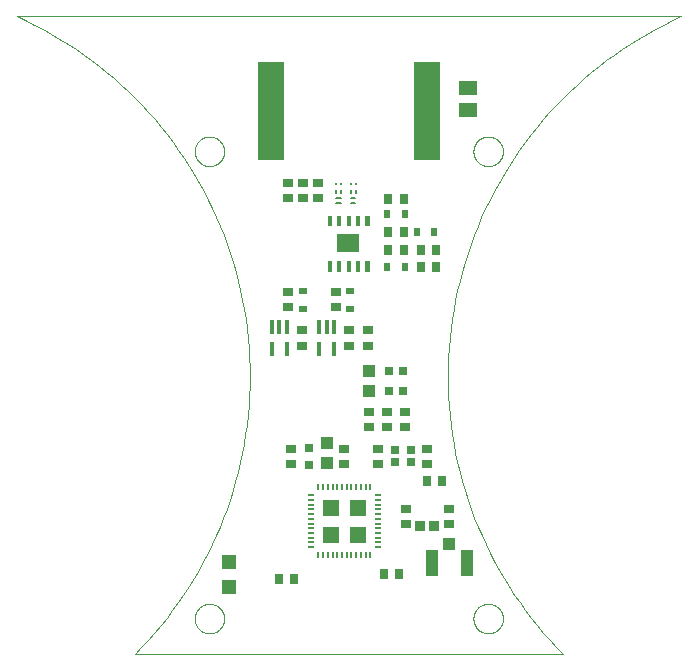
<source format=gtp>
G75*
%MOIN*%
%OFA0B0*%
%FSLAX25Y25*%
%IPPOS*%
%LPD*%
%AMOC8*
5,1,8,0,0,1.08239X$1,22.5*
%
%ADD10C,0.00000*%
%ADD11C,0.00039*%
%ADD12R,0.03543X0.02756*%
%ADD13R,0.05906X0.05118*%
%ADD14R,0.02756X0.03543*%
%ADD15R,0.02362X0.03150*%
%ADD16R,0.07471X0.06475*%
%ADD17C,0.00227*%
%ADD18R,0.09016X0.32520*%
%ADD19R,0.02953X0.02992*%
%ADD20R,0.03937X0.04331*%
%ADD21R,0.01400X0.04600*%
%ADD22R,0.03150X0.02362*%
%ADD23R,0.04724X0.04724*%
%ADD24R,0.02953X0.02756*%
%ADD25R,0.03346X0.03543*%
%ADD26R,0.02343X0.00792*%
%ADD27R,0.00792X0.02343*%
%ADD28R,0.05202X0.05202*%
%ADD29R,0.04134X0.08661*%
%ADD30R,0.03937X0.04134*%
%ADD31C,0.00748*%
%ADD32C,0.00748*%
%ADD33R,0.02756X0.02953*%
D10*
X0073943Y0027191D02*
X0216659Y0027191D01*
X0178274Y0119711D02*
X0178317Y0122928D01*
X0178438Y0126143D01*
X0178637Y0129354D01*
X0178915Y0132559D01*
X0179271Y0135756D01*
X0179705Y0138944D01*
X0180216Y0142120D01*
X0180805Y0145283D01*
X0181471Y0148431D01*
X0182214Y0151561D01*
X0183032Y0154672D01*
X0183927Y0157763D01*
X0184896Y0160830D01*
X0185941Y0163873D01*
X0187059Y0166890D01*
X0188250Y0169878D01*
X0189514Y0172837D01*
X0190850Y0175764D01*
X0192257Y0178657D01*
X0193734Y0181515D01*
X0195280Y0184336D01*
X0196895Y0187119D01*
X0198577Y0189861D01*
X0200326Y0192562D01*
X0202140Y0195219D01*
X0204018Y0197831D01*
X0205960Y0200396D01*
X0207964Y0202913D01*
X0210028Y0205381D01*
X0212152Y0207797D01*
X0214334Y0210161D01*
X0216574Y0212471D01*
X0218869Y0214725D01*
X0221219Y0216923D01*
X0223621Y0219063D01*
X0226075Y0221143D01*
X0228579Y0223163D01*
X0231131Y0225121D01*
X0233731Y0227017D01*
X0236376Y0228848D01*
X0239065Y0230615D01*
X0241796Y0232315D01*
X0244568Y0233948D01*
X0247379Y0235512D01*
X0250228Y0237008D01*
X0253112Y0238434D01*
X0256030Y0239789D01*
X0256029Y0239789D02*
X0034572Y0239789D01*
X0112328Y0119710D02*
X0112279Y0116500D01*
X0112151Y0113291D01*
X0111945Y0110087D01*
X0111661Y0106888D01*
X0111299Y0103698D01*
X0110860Y0100517D01*
X0110343Y0097348D01*
X0109749Y0094193D01*
X0109078Y0091053D01*
X0108331Y0087930D01*
X0107508Y0084826D01*
X0106610Y0081743D01*
X0105637Y0078684D01*
X0104589Y0075648D01*
X0103468Y0072639D01*
X0102273Y0069659D01*
X0101007Y0066708D01*
X0099669Y0063789D01*
X0098260Y0060904D01*
X0096781Y0058054D01*
X0095233Y0055241D01*
X0093617Y0052466D01*
X0091934Y0049731D01*
X0090185Y0047039D01*
X0088371Y0044390D01*
X0086492Y0041785D01*
X0084551Y0039228D01*
X0082548Y0036718D01*
X0080484Y0034258D01*
X0078361Y0031849D01*
X0076180Y0029493D01*
X0073942Y0027190D01*
X0112328Y0119711D02*
X0112285Y0122928D01*
X0112164Y0126143D01*
X0111965Y0129354D01*
X0111687Y0132559D01*
X0111331Y0135756D01*
X0110897Y0138944D01*
X0110386Y0142120D01*
X0109797Y0145283D01*
X0109131Y0148431D01*
X0108388Y0151561D01*
X0107570Y0154672D01*
X0106675Y0157763D01*
X0105706Y0160830D01*
X0104661Y0163873D01*
X0103543Y0166890D01*
X0102352Y0169878D01*
X0101088Y0172837D01*
X0099752Y0175764D01*
X0098345Y0178657D01*
X0096868Y0181515D01*
X0095322Y0184336D01*
X0093707Y0187119D01*
X0092025Y0189861D01*
X0090276Y0192562D01*
X0088462Y0195219D01*
X0086584Y0197831D01*
X0084642Y0200396D01*
X0082638Y0202913D01*
X0080574Y0205381D01*
X0078450Y0207797D01*
X0076268Y0210161D01*
X0074028Y0212471D01*
X0071733Y0214725D01*
X0069383Y0216923D01*
X0066981Y0219063D01*
X0064527Y0221143D01*
X0062023Y0223163D01*
X0059471Y0225121D01*
X0056871Y0227017D01*
X0054226Y0228848D01*
X0051537Y0230615D01*
X0048806Y0232315D01*
X0046034Y0233948D01*
X0043223Y0235512D01*
X0040374Y0237008D01*
X0037490Y0238434D01*
X0034572Y0239789D01*
X0178273Y0119710D02*
X0178322Y0116500D01*
X0178450Y0113291D01*
X0178656Y0110087D01*
X0178940Y0106888D01*
X0179302Y0103698D01*
X0179741Y0100517D01*
X0180258Y0097348D01*
X0180852Y0094193D01*
X0181523Y0091053D01*
X0182270Y0087930D01*
X0183093Y0084826D01*
X0183991Y0081743D01*
X0184964Y0078684D01*
X0186012Y0075648D01*
X0187133Y0072639D01*
X0188328Y0069659D01*
X0189594Y0066708D01*
X0190932Y0063789D01*
X0192341Y0060904D01*
X0193820Y0058054D01*
X0195368Y0055241D01*
X0196984Y0052466D01*
X0198667Y0049731D01*
X0200416Y0047039D01*
X0202230Y0044390D01*
X0204109Y0041785D01*
X0206050Y0039228D01*
X0208053Y0036718D01*
X0210117Y0034258D01*
X0212240Y0031849D01*
X0214421Y0029493D01*
X0216659Y0027190D01*
D11*
X0186836Y0039002D02*
X0186838Y0039142D01*
X0186844Y0039282D01*
X0186854Y0039421D01*
X0186868Y0039560D01*
X0186886Y0039699D01*
X0186907Y0039837D01*
X0186933Y0039975D01*
X0186963Y0040112D01*
X0186996Y0040247D01*
X0187034Y0040382D01*
X0187075Y0040516D01*
X0187120Y0040649D01*
X0187168Y0040780D01*
X0187221Y0040909D01*
X0187277Y0041038D01*
X0187336Y0041164D01*
X0187400Y0041289D01*
X0187466Y0041412D01*
X0187537Y0041533D01*
X0187610Y0041652D01*
X0187687Y0041769D01*
X0187768Y0041883D01*
X0187851Y0041995D01*
X0187938Y0042105D01*
X0188028Y0042213D01*
X0188120Y0042317D01*
X0188216Y0042419D01*
X0188315Y0042519D01*
X0188416Y0042615D01*
X0188520Y0042709D01*
X0188627Y0042799D01*
X0188736Y0042886D01*
X0188848Y0042971D01*
X0188962Y0043052D01*
X0189078Y0043130D01*
X0189196Y0043204D01*
X0189317Y0043275D01*
X0189439Y0043343D01*
X0189564Y0043407D01*
X0189690Y0043468D01*
X0189817Y0043525D01*
X0189947Y0043578D01*
X0190078Y0043628D01*
X0190210Y0043673D01*
X0190343Y0043716D01*
X0190478Y0043754D01*
X0190613Y0043788D01*
X0190750Y0043819D01*
X0190887Y0043846D01*
X0191025Y0043868D01*
X0191164Y0043887D01*
X0191303Y0043902D01*
X0191442Y0043913D01*
X0191582Y0043920D01*
X0191722Y0043923D01*
X0191862Y0043922D01*
X0192002Y0043917D01*
X0192141Y0043908D01*
X0192281Y0043895D01*
X0192420Y0043878D01*
X0192558Y0043857D01*
X0192696Y0043833D01*
X0192833Y0043804D01*
X0192969Y0043772D01*
X0193104Y0043735D01*
X0193238Y0043695D01*
X0193371Y0043651D01*
X0193502Y0043603D01*
X0193632Y0043552D01*
X0193761Y0043497D01*
X0193888Y0043438D01*
X0194013Y0043375D01*
X0194136Y0043310D01*
X0194258Y0043240D01*
X0194377Y0043167D01*
X0194495Y0043091D01*
X0194610Y0043012D01*
X0194723Y0042929D01*
X0194833Y0042843D01*
X0194941Y0042754D01*
X0195046Y0042662D01*
X0195149Y0042567D01*
X0195249Y0042469D01*
X0195346Y0042369D01*
X0195440Y0042265D01*
X0195532Y0042159D01*
X0195620Y0042051D01*
X0195705Y0041940D01*
X0195787Y0041826D01*
X0195866Y0041710D01*
X0195941Y0041593D01*
X0196013Y0041473D01*
X0196081Y0041351D01*
X0196146Y0041227D01*
X0196208Y0041101D01*
X0196266Y0040974D01*
X0196320Y0040845D01*
X0196371Y0040714D01*
X0196417Y0040582D01*
X0196460Y0040449D01*
X0196500Y0040315D01*
X0196535Y0040180D01*
X0196567Y0040043D01*
X0196594Y0039906D01*
X0196618Y0039768D01*
X0196638Y0039630D01*
X0196654Y0039491D01*
X0196666Y0039351D01*
X0196674Y0039212D01*
X0196678Y0039072D01*
X0196678Y0038932D01*
X0196674Y0038792D01*
X0196666Y0038653D01*
X0196654Y0038513D01*
X0196638Y0038374D01*
X0196618Y0038236D01*
X0196594Y0038098D01*
X0196567Y0037961D01*
X0196535Y0037824D01*
X0196500Y0037689D01*
X0196460Y0037555D01*
X0196417Y0037422D01*
X0196371Y0037290D01*
X0196320Y0037159D01*
X0196266Y0037030D01*
X0196208Y0036903D01*
X0196146Y0036777D01*
X0196081Y0036653D01*
X0196013Y0036531D01*
X0195941Y0036411D01*
X0195866Y0036294D01*
X0195787Y0036178D01*
X0195705Y0036064D01*
X0195620Y0035953D01*
X0195532Y0035845D01*
X0195440Y0035739D01*
X0195346Y0035635D01*
X0195249Y0035535D01*
X0195149Y0035437D01*
X0195046Y0035342D01*
X0194941Y0035250D01*
X0194833Y0035161D01*
X0194723Y0035075D01*
X0194610Y0034992D01*
X0194495Y0034913D01*
X0194377Y0034837D01*
X0194258Y0034764D01*
X0194136Y0034694D01*
X0194013Y0034629D01*
X0193888Y0034566D01*
X0193761Y0034507D01*
X0193632Y0034452D01*
X0193502Y0034401D01*
X0193371Y0034353D01*
X0193238Y0034309D01*
X0193104Y0034269D01*
X0192969Y0034232D01*
X0192833Y0034200D01*
X0192696Y0034171D01*
X0192558Y0034147D01*
X0192420Y0034126D01*
X0192281Y0034109D01*
X0192141Y0034096D01*
X0192002Y0034087D01*
X0191862Y0034082D01*
X0191722Y0034081D01*
X0191582Y0034084D01*
X0191442Y0034091D01*
X0191303Y0034102D01*
X0191164Y0034117D01*
X0191025Y0034136D01*
X0190887Y0034158D01*
X0190750Y0034185D01*
X0190613Y0034216D01*
X0190478Y0034250D01*
X0190343Y0034288D01*
X0190210Y0034331D01*
X0190078Y0034376D01*
X0189947Y0034426D01*
X0189817Y0034479D01*
X0189690Y0034536D01*
X0189564Y0034597D01*
X0189439Y0034661D01*
X0189317Y0034729D01*
X0189196Y0034800D01*
X0189078Y0034874D01*
X0188962Y0034952D01*
X0188848Y0035033D01*
X0188736Y0035118D01*
X0188627Y0035205D01*
X0188520Y0035295D01*
X0188416Y0035389D01*
X0188315Y0035485D01*
X0188216Y0035585D01*
X0188120Y0035687D01*
X0188028Y0035791D01*
X0187938Y0035899D01*
X0187851Y0036009D01*
X0187768Y0036121D01*
X0187687Y0036235D01*
X0187610Y0036352D01*
X0187537Y0036471D01*
X0187466Y0036592D01*
X0187400Y0036715D01*
X0187336Y0036840D01*
X0187277Y0036966D01*
X0187221Y0037095D01*
X0187168Y0037224D01*
X0187120Y0037355D01*
X0187075Y0037488D01*
X0187034Y0037622D01*
X0186996Y0037757D01*
X0186963Y0037892D01*
X0186933Y0038029D01*
X0186907Y0038167D01*
X0186886Y0038305D01*
X0186868Y0038444D01*
X0186854Y0038583D01*
X0186844Y0038722D01*
X0186838Y0038862D01*
X0186836Y0039002D01*
X0093923Y0039002D02*
X0093925Y0039142D01*
X0093931Y0039282D01*
X0093941Y0039421D01*
X0093955Y0039560D01*
X0093973Y0039699D01*
X0093994Y0039837D01*
X0094020Y0039975D01*
X0094050Y0040112D01*
X0094083Y0040247D01*
X0094121Y0040382D01*
X0094162Y0040516D01*
X0094207Y0040649D01*
X0094255Y0040780D01*
X0094308Y0040909D01*
X0094364Y0041038D01*
X0094423Y0041164D01*
X0094487Y0041289D01*
X0094553Y0041412D01*
X0094624Y0041533D01*
X0094697Y0041652D01*
X0094774Y0041769D01*
X0094855Y0041883D01*
X0094938Y0041995D01*
X0095025Y0042105D01*
X0095115Y0042213D01*
X0095207Y0042317D01*
X0095303Y0042419D01*
X0095402Y0042519D01*
X0095503Y0042615D01*
X0095607Y0042709D01*
X0095714Y0042799D01*
X0095823Y0042886D01*
X0095935Y0042971D01*
X0096049Y0043052D01*
X0096165Y0043130D01*
X0096283Y0043204D01*
X0096404Y0043275D01*
X0096526Y0043343D01*
X0096651Y0043407D01*
X0096777Y0043468D01*
X0096904Y0043525D01*
X0097034Y0043578D01*
X0097165Y0043628D01*
X0097297Y0043673D01*
X0097430Y0043716D01*
X0097565Y0043754D01*
X0097700Y0043788D01*
X0097837Y0043819D01*
X0097974Y0043846D01*
X0098112Y0043868D01*
X0098251Y0043887D01*
X0098390Y0043902D01*
X0098529Y0043913D01*
X0098669Y0043920D01*
X0098809Y0043923D01*
X0098949Y0043922D01*
X0099089Y0043917D01*
X0099228Y0043908D01*
X0099368Y0043895D01*
X0099507Y0043878D01*
X0099645Y0043857D01*
X0099783Y0043833D01*
X0099920Y0043804D01*
X0100056Y0043772D01*
X0100191Y0043735D01*
X0100325Y0043695D01*
X0100458Y0043651D01*
X0100589Y0043603D01*
X0100719Y0043552D01*
X0100848Y0043497D01*
X0100975Y0043438D01*
X0101100Y0043375D01*
X0101223Y0043310D01*
X0101345Y0043240D01*
X0101464Y0043167D01*
X0101582Y0043091D01*
X0101697Y0043012D01*
X0101810Y0042929D01*
X0101920Y0042843D01*
X0102028Y0042754D01*
X0102133Y0042662D01*
X0102236Y0042567D01*
X0102336Y0042469D01*
X0102433Y0042369D01*
X0102527Y0042265D01*
X0102619Y0042159D01*
X0102707Y0042051D01*
X0102792Y0041940D01*
X0102874Y0041826D01*
X0102953Y0041710D01*
X0103028Y0041593D01*
X0103100Y0041473D01*
X0103168Y0041351D01*
X0103233Y0041227D01*
X0103295Y0041101D01*
X0103353Y0040974D01*
X0103407Y0040845D01*
X0103458Y0040714D01*
X0103504Y0040582D01*
X0103547Y0040449D01*
X0103587Y0040315D01*
X0103622Y0040180D01*
X0103654Y0040043D01*
X0103681Y0039906D01*
X0103705Y0039768D01*
X0103725Y0039630D01*
X0103741Y0039491D01*
X0103753Y0039351D01*
X0103761Y0039212D01*
X0103765Y0039072D01*
X0103765Y0038932D01*
X0103761Y0038792D01*
X0103753Y0038653D01*
X0103741Y0038513D01*
X0103725Y0038374D01*
X0103705Y0038236D01*
X0103681Y0038098D01*
X0103654Y0037961D01*
X0103622Y0037824D01*
X0103587Y0037689D01*
X0103547Y0037555D01*
X0103504Y0037422D01*
X0103458Y0037290D01*
X0103407Y0037159D01*
X0103353Y0037030D01*
X0103295Y0036903D01*
X0103233Y0036777D01*
X0103168Y0036653D01*
X0103100Y0036531D01*
X0103028Y0036411D01*
X0102953Y0036294D01*
X0102874Y0036178D01*
X0102792Y0036064D01*
X0102707Y0035953D01*
X0102619Y0035845D01*
X0102527Y0035739D01*
X0102433Y0035635D01*
X0102336Y0035535D01*
X0102236Y0035437D01*
X0102133Y0035342D01*
X0102028Y0035250D01*
X0101920Y0035161D01*
X0101810Y0035075D01*
X0101697Y0034992D01*
X0101582Y0034913D01*
X0101464Y0034837D01*
X0101345Y0034764D01*
X0101223Y0034694D01*
X0101100Y0034629D01*
X0100975Y0034566D01*
X0100848Y0034507D01*
X0100719Y0034452D01*
X0100589Y0034401D01*
X0100458Y0034353D01*
X0100325Y0034309D01*
X0100191Y0034269D01*
X0100056Y0034232D01*
X0099920Y0034200D01*
X0099783Y0034171D01*
X0099645Y0034147D01*
X0099507Y0034126D01*
X0099368Y0034109D01*
X0099228Y0034096D01*
X0099089Y0034087D01*
X0098949Y0034082D01*
X0098809Y0034081D01*
X0098669Y0034084D01*
X0098529Y0034091D01*
X0098390Y0034102D01*
X0098251Y0034117D01*
X0098112Y0034136D01*
X0097974Y0034158D01*
X0097837Y0034185D01*
X0097700Y0034216D01*
X0097565Y0034250D01*
X0097430Y0034288D01*
X0097297Y0034331D01*
X0097165Y0034376D01*
X0097034Y0034426D01*
X0096904Y0034479D01*
X0096777Y0034536D01*
X0096651Y0034597D01*
X0096526Y0034661D01*
X0096404Y0034729D01*
X0096283Y0034800D01*
X0096165Y0034874D01*
X0096049Y0034952D01*
X0095935Y0035033D01*
X0095823Y0035118D01*
X0095714Y0035205D01*
X0095607Y0035295D01*
X0095503Y0035389D01*
X0095402Y0035485D01*
X0095303Y0035585D01*
X0095207Y0035687D01*
X0095115Y0035791D01*
X0095025Y0035899D01*
X0094938Y0036009D01*
X0094855Y0036121D01*
X0094774Y0036235D01*
X0094697Y0036352D01*
X0094624Y0036471D01*
X0094553Y0036592D01*
X0094487Y0036715D01*
X0094423Y0036840D01*
X0094364Y0036966D01*
X0094308Y0037095D01*
X0094255Y0037224D01*
X0094207Y0037355D01*
X0094162Y0037488D01*
X0094121Y0037622D01*
X0094083Y0037757D01*
X0094050Y0037892D01*
X0094020Y0038029D01*
X0093994Y0038167D01*
X0093973Y0038305D01*
X0093955Y0038444D01*
X0093941Y0038583D01*
X0093931Y0038722D01*
X0093925Y0038862D01*
X0093923Y0039002D01*
X0093923Y0194750D02*
X0093925Y0194890D01*
X0093931Y0195030D01*
X0093941Y0195169D01*
X0093955Y0195308D01*
X0093973Y0195447D01*
X0093994Y0195585D01*
X0094020Y0195723D01*
X0094050Y0195860D01*
X0094083Y0195995D01*
X0094121Y0196130D01*
X0094162Y0196264D01*
X0094207Y0196397D01*
X0094255Y0196528D01*
X0094308Y0196657D01*
X0094364Y0196786D01*
X0094423Y0196912D01*
X0094487Y0197037D01*
X0094553Y0197160D01*
X0094624Y0197281D01*
X0094697Y0197400D01*
X0094774Y0197517D01*
X0094855Y0197631D01*
X0094938Y0197743D01*
X0095025Y0197853D01*
X0095115Y0197961D01*
X0095207Y0198065D01*
X0095303Y0198167D01*
X0095402Y0198267D01*
X0095503Y0198363D01*
X0095607Y0198457D01*
X0095714Y0198547D01*
X0095823Y0198634D01*
X0095935Y0198719D01*
X0096049Y0198800D01*
X0096165Y0198878D01*
X0096283Y0198952D01*
X0096404Y0199023D01*
X0096526Y0199091D01*
X0096651Y0199155D01*
X0096777Y0199216D01*
X0096904Y0199273D01*
X0097034Y0199326D01*
X0097165Y0199376D01*
X0097297Y0199421D01*
X0097430Y0199464D01*
X0097565Y0199502D01*
X0097700Y0199536D01*
X0097837Y0199567D01*
X0097974Y0199594D01*
X0098112Y0199616D01*
X0098251Y0199635D01*
X0098390Y0199650D01*
X0098529Y0199661D01*
X0098669Y0199668D01*
X0098809Y0199671D01*
X0098949Y0199670D01*
X0099089Y0199665D01*
X0099228Y0199656D01*
X0099368Y0199643D01*
X0099507Y0199626D01*
X0099645Y0199605D01*
X0099783Y0199581D01*
X0099920Y0199552D01*
X0100056Y0199520D01*
X0100191Y0199483D01*
X0100325Y0199443D01*
X0100458Y0199399D01*
X0100589Y0199351D01*
X0100719Y0199300D01*
X0100848Y0199245D01*
X0100975Y0199186D01*
X0101100Y0199123D01*
X0101223Y0199058D01*
X0101345Y0198988D01*
X0101464Y0198915D01*
X0101582Y0198839D01*
X0101697Y0198760D01*
X0101810Y0198677D01*
X0101920Y0198591D01*
X0102028Y0198502D01*
X0102133Y0198410D01*
X0102236Y0198315D01*
X0102336Y0198217D01*
X0102433Y0198117D01*
X0102527Y0198013D01*
X0102619Y0197907D01*
X0102707Y0197799D01*
X0102792Y0197688D01*
X0102874Y0197574D01*
X0102953Y0197458D01*
X0103028Y0197341D01*
X0103100Y0197221D01*
X0103168Y0197099D01*
X0103233Y0196975D01*
X0103295Y0196849D01*
X0103353Y0196722D01*
X0103407Y0196593D01*
X0103458Y0196462D01*
X0103504Y0196330D01*
X0103547Y0196197D01*
X0103587Y0196063D01*
X0103622Y0195928D01*
X0103654Y0195791D01*
X0103681Y0195654D01*
X0103705Y0195516D01*
X0103725Y0195378D01*
X0103741Y0195239D01*
X0103753Y0195099D01*
X0103761Y0194960D01*
X0103765Y0194820D01*
X0103765Y0194680D01*
X0103761Y0194540D01*
X0103753Y0194401D01*
X0103741Y0194261D01*
X0103725Y0194122D01*
X0103705Y0193984D01*
X0103681Y0193846D01*
X0103654Y0193709D01*
X0103622Y0193572D01*
X0103587Y0193437D01*
X0103547Y0193303D01*
X0103504Y0193170D01*
X0103458Y0193038D01*
X0103407Y0192907D01*
X0103353Y0192778D01*
X0103295Y0192651D01*
X0103233Y0192525D01*
X0103168Y0192401D01*
X0103100Y0192279D01*
X0103028Y0192159D01*
X0102953Y0192042D01*
X0102874Y0191926D01*
X0102792Y0191812D01*
X0102707Y0191701D01*
X0102619Y0191593D01*
X0102527Y0191487D01*
X0102433Y0191383D01*
X0102336Y0191283D01*
X0102236Y0191185D01*
X0102133Y0191090D01*
X0102028Y0190998D01*
X0101920Y0190909D01*
X0101810Y0190823D01*
X0101697Y0190740D01*
X0101582Y0190661D01*
X0101464Y0190585D01*
X0101345Y0190512D01*
X0101223Y0190442D01*
X0101100Y0190377D01*
X0100975Y0190314D01*
X0100848Y0190255D01*
X0100719Y0190200D01*
X0100589Y0190149D01*
X0100458Y0190101D01*
X0100325Y0190057D01*
X0100191Y0190017D01*
X0100056Y0189980D01*
X0099920Y0189948D01*
X0099783Y0189919D01*
X0099645Y0189895D01*
X0099507Y0189874D01*
X0099368Y0189857D01*
X0099228Y0189844D01*
X0099089Y0189835D01*
X0098949Y0189830D01*
X0098809Y0189829D01*
X0098669Y0189832D01*
X0098529Y0189839D01*
X0098390Y0189850D01*
X0098251Y0189865D01*
X0098112Y0189884D01*
X0097974Y0189906D01*
X0097837Y0189933D01*
X0097700Y0189964D01*
X0097565Y0189998D01*
X0097430Y0190036D01*
X0097297Y0190079D01*
X0097165Y0190124D01*
X0097034Y0190174D01*
X0096904Y0190227D01*
X0096777Y0190284D01*
X0096651Y0190345D01*
X0096526Y0190409D01*
X0096404Y0190477D01*
X0096283Y0190548D01*
X0096165Y0190622D01*
X0096049Y0190700D01*
X0095935Y0190781D01*
X0095823Y0190866D01*
X0095714Y0190953D01*
X0095607Y0191043D01*
X0095503Y0191137D01*
X0095402Y0191233D01*
X0095303Y0191333D01*
X0095207Y0191435D01*
X0095115Y0191539D01*
X0095025Y0191647D01*
X0094938Y0191757D01*
X0094855Y0191869D01*
X0094774Y0191983D01*
X0094697Y0192100D01*
X0094624Y0192219D01*
X0094553Y0192340D01*
X0094487Y0192463D01*
X0094423Y0192588D01*
X0094364Y0192714D01*
X0094308Y0192843D01*
X0094255Y0192972D01*
X0094207Y0193103D01*
X0094162Y0193236D01*
X0094121Y0193370D01*
X0094083Y0193505D01*
X0094050Y0193640D01*
X0094020Y0193777D01*
X0093994Y0193915D01*
X0093973Y0194053D01*
X0093955Y0194192D01*
X0093941Y0194331D01*
X0093931Y0194470D01*
X0093925Y0194610D01*
X0093923Y0194750D01*
X0186836Y0194750D02*
X0186838Y0194890D01*
X0186844Y0195030D01*
X0186854Y0195169D01*
X0186868Y0195308D01*
X0186886Y0195447D01*
X0186907Y0195585D01*
X0186933Y0195723D01*
X0186963Y0195860D01*
X0186996Y0195995D01*
X0187034Y0196130D01*
X0187075Y0196264D01*
X0187120Y0196397D01*
X0187168Y0196528D01*
X0187221Y0196657D01*
X0187277Y0196786D01*
X0187336Y0196912D01*
X0187400Y0197037D01*
X0187466Y0197160D01*
X0187537Y0197281D01*
X0187610Y0197400D01*
X0187687Y0197517D01*
X0187768Y0197631D01*
X0187851Y0197743D01*
X0187938Y0197853D01*
X0188028Y0197961D01*
X0188120Y0198065D01*
X0188216Y0198167D01*
X0188315Y0198267D01*
X0188416Y0198363D01*
X0188520Y0198457D01*
X0188627Y0198547D01*
X0188736Y0198634D01*
X0188848Y0198719D01*
X0188962Y0198800D01*
X0189078Y0198878D01*
X0189196Y0198952D01*
X0189317Y0199023D01*
X0189439Y0199091D01*
X0189564Y0199155D01*
X0189690Y0199216D01*
X0189817Y0199273D01*
X0189947Y0199326D01*
X0190078Y0199376D01*
X0190210Y0199421D01*
X0190343Y0199464D01*
X0190478Y0199502D01*
X0190613Y0199536D01*
X0190750Y0199567D01*
X0190887Y0199594D01*
X0191025Y0199616D01*
X0191164Y0199635D01*
X0191303Y0199650D01*
X0191442Y0199661D01*
X0191582Y0199668D01*
X0191722Y0199671D01*
X0191862Y0199670D01*
X0192002Y0199665D01*
X0192141Y0199656D01*
X0192281Y0199643D01*
X0192420Y0199626D01*
X0192558Y0199605D01*
X0192696Y0199581D01*
X0192833Y0199552D01*
X0192969Y0199520D01*
X0193104Y0199483D01*
X0193238Y0199443D01*
X0193371Y0199399D01*
X0193502Y0199351D01*
X0193632Y0199300D01*
X0193761Y0199245D01*
X0193888Y0199186D01*
X0194013Y0199123D01*
X0194136Y0199058D01*
X0194258Y0198988D01*
X0194377Y0198915D01*
X0194495Y0198839D01*
X0194610Y0198760D01*
X0194723Y0198677D01*
X0194833Y0198591D01*
X0194941Y0198502D01*
X0195046Y0198410D01*
X0195149Y0198315D01*
X0195249Y0198217D01*
X0195346Y0198117D01*
X0195440Y0198013D01*
X0195532Y0197907D01*
X0195620Y0197799D01*
X0195705Y0197688D01*
X0195787Y0197574D01*
X0195866Y0197458D01*
X0195941Y0197341D01*
X0196013Y0197221D01*
X0196081Y0197099D01*
X0196146Y0196975D01*
X0196208Y0196849D01*
X0196266Y0196722D01*
X0196320Y0196593D01*
X0196371Y0196462D01*
X0196417Y0196330D01*
X0196460Y0196197D01*
X0196500Y0196063D01*
X0196535Y0195928D01*
X0196567Y0195791D01*
X0196594Y0195654D01*
X0196618Y0195516D01*
X0196638Y0195378D01*
X0196654Y0195239D01*
X0196666Y0195099D01*
X0196674Y0194960D01*
X0196678Y0194820D01*
X0196678Y0194680D01*
X0196674Y0194540D01*
X0196666Y0194401D01*
X0196654Y0194261D01*
X0196638Y0194122D01*
X0196618Y0193984D01*
X0196594Y0193846D01*
X0196567Y0193709D01*
X0196535Y0193572D01*
X0196500Y0193437D01*
X0196460Y0193303D01*
X0196417Y0193170D01*
X0196371Y0193038D01*
X0196320Y0192907D01*
X0196266Y0192778D01*
X0196208Y0192651D01*
X0196146Y0192525D01*
X0196081Y0192401D01*
X0196013Y0192279D01*
X0195941Y0192159D01*
X0195866Y0192042D01*
X0195787Y0191926D01*
X0195705Y0191812D01*
X0195620Y0191701D01*
X0195532Y0191593D01*
X0195440Y0191487D01*
X0195346Y0191383D01*
X0195249Y0191283D01*
X0195149Y0191185D01*
X0195046Y0191090D01*
X0194941Y0190998D01*
X0194833Y0190909D01*
X0194723Y0190823D01*
X0194610Y0190740D01*
X0194495Y0190661D01*
X0194377Y0190585D01*
X0194258Y0190512D01*
X0194136Y0190442D01*
X0194013Y0190377D01*
X0193888Y0190314D01*
X0193761Y0190255D01*
X0193632Y0190200D01*
X0193502Y0190149D01*
X0193371Y0190101D01*
X0193238Y0190057D01*
X0193104Y0190017D01*
X0192969Y0189980D01*
X0192833Y0189948D01*
X0192696Y0189919D01*
X0192558Y0189895D01*
X0192420Y0189874D01*
X0192281Y0189857D01*
X0192141Y0189844D01*
X0192002Y0189835D01*
X0191862Y0189830D01*
X0191722Y0189829D01*
X0191582Y0189832D01*
X0191442Y0189839D01*
X0191303Y0189850D01*
X0191164Y0189865D01*
X0191025Y0189884D01*
X0190887Y0189906D01*
X0190750Y0189933D01*
X0190613Y0189964D01*
X0190478Y0189998D01*
X0190343Y0190036D01*
X0190210Y0190079D01*
X0190078Y0190124D01*
X0189947Y0190174D01*
X0189817Y0190227D01*
X0189690Y0190284D01*
X0189564Y0190345D01*
X0189439Y0190409D01*
X0189317Y0190477D01*
X0189196Y0190548D01*
X0189078Y0190622D01*
X0188962Y0190700D01*
X0188848Y0190781D01*
X0188736Y0190866D01*
X0188627Y0190953D01*
X0188520Y0191043D01*
X0188416Y0191137D01*
X0188315Y0191233D01*
X0188216Y0191333D01*
X0188120Y0191435D01*
X0188028Y0191539D01*
X0187938Y0191647D01*
X0187851Y0191757D01*
X0187768Y0191869D01*
X0187687Y0191983D01*
X0187610Y0192100D01*
X0187537Y0192219D01*
X0187466Y0192340D01*
X0187400Y0192463D01*
X0187336Y0192588D01*
X0187277Y0192714D01*
X0187221Y0192843D01*
X0187168Y0192972D01*
X0187120Y0193103D01*
X0187075Y0193236D01*
X0187034Y0193370D01*
X0186996Y0193505D01*
X0186963Y0193640D01*
X0186933Y0193777D01*
X0186907Y0193915D01*
X0186886Y0194053D01*
X0186868Y0194192D01*
X0186854Y0194331D01*
X0186844Y0194470D01*
X0186838Y0194610D01*
X0186836Y0194750D01*
D12*
X0134966Y0184277D03*
X0130045Y0184277D03*
X0125124Y0184277D03*
X0125124Y0179159D03*
X0130045Y0179159D03*
X0134966Y0179159D03*
X0140872Y0147860D03*
X0140872Y0142742D03*
X0145301Y0135065D03*
X0145301Y0129946D03*
X0151698Y0129946D03*
X0151698Y0135065D03*
X0129553Y0135065D03*
X0129553Y0129946D03*
X0125124Y0142742D03*
X0125124Y0147860D03*
X0152191Y0107998D03*
X0158096Y0107998D03*
X0158096Y0102880D03*
X0152191Y0102880D03*
X0155143Y0095694D03*
X0155143Y0090576D03*
X0143824Y0090576D03*
X0143824Y0095694D03*
X0126108Y0095694D03*
X0126108Y0090576D03*
X0164002Y0102880D03*
X0164002Y0107998D03*
X0171383Y0095694D03*
X0171383Y0090576D03*
X0164494Y0075517D03*
X0164494Y0070399D03*
X0178765Y0070399D03*
X0178765Y0075517D03*
D13*
X0185163Y0208490D03*
X0185163Y0215970D03*
D14*
X0163608Y0178765D03*
X0158490Y0178765D03*
X0158490Y0167939D03*
X0163608Y0167939D03*
X0163608Y0162033D03*
X0158490Y0162033D03*
X0169317Y0162033D03*
X0174435Y0162033D03*
X0174435Y0156128D03*
X0169317Y0156128D03*
X0171285Y0084769D03*
X0176403Y0084769D03*
X0162131Y0053765D03*
X0157013Y0053765D03*
X0127191Y0052289D03*
X0122072Y0052289D03*
D15*
X0158096Y0156128D03*
X0164002Y0156128D03*
X0167939Y0167939D03*
X0173844Y0167939D03*
X0164002Y0173844D03*
X0158096Y0173844D03*
D16*
X0145083Y0164082D03*
D17*
X0144567Y0170118D02*
X0144567Y0173278D01*
X0145601Y0173278D01*
X0145601Y0170118D01*
X0144567Y0170118D01*
X0144567Y0170334D02*
X0145601Y0170334D01*
X0145601Y0170550D02*
X0144567Y0170550D01*
X0144567Y0170766D02*
X0145601Y0170766D01*
X0145601Y0170982D02*
X0144567Y0170982D01*
X0144567Y0171198D02*
X0145601Y0171198D01*
X0145601Y0171414D02*
X0144567Y0171414D01*
X0144567Y0171630D02*
X0145601Y0171630D01*
X0145601Y0171846D02*
X0144567Y0171846D01*
X0144567Y0172062D02*
X0145601Y0172062D01*
X0145601Y0172278D02*
X0144567Y0172278D01*
X0144567Y0172494D02*
X0145601Y0172494D01*
X0145601Y0172710D02*
X0144567Y0172710D01*
X0144567Y0172926D02*
X0145601Y0172926D01*
X0145601Y0173142D02*
X0144567Y0173142D01*
X0141418Y0173278D02*
X0141418Y0170118D01*
X0141418Y0173278D02*
X0142452Y0173278D01*
X0142452Y0170118D01*
X0141418Y0170118D01*
X0141418Y0170334D02*
X0142452Y0170334D01*
X0142452Y0170550D02*
X0141418Y0170550D01*
X0141418Y0170766D02*
X0142452Y0170766D01*
X0142452Y0170982D02*
X0141418Y0170982D01*
X0141418Y0171198D02*
X0142452Y0171198D01*
X0142452Y0171414D02*
X0141418Y0171414D01*
X0141418Y0171630D02*
X0142452Y0171630D01*
X0142452Y0171846D02*
X0141418Y0171846D01*
X0141418Y0172062D02*
X0142452Y0172062D01*
X0142452Y0172278D02*
X0141418Y0172278D01*
X0141418Y0172494D02*
X0142452Y0172494D01*
X0142452Y0172710D02*
X0141418Y0172710D01*
X0141418Y0172926D02*
X0142452Y0172926D01*
X0142452Y0173142D02*
X0141418Y0173142D01*
X0138268Y0173278D02*
X0138268Y0170118D01*
X0138268Y0173278D02*
X0139302Y0173278D01*
X0139302Y0170118D01*
X0138268Y0170118D01*
X0138268Y0170334D02*
X0139302Y0170334D01*
X0139302Y0170550D02*
X0138268Y0170550D01*
X0138268Y0170766D02*
X0139302Y0170766D01*
X0139302Y0170982D02*
X0138268Y0170982D01*
X0138268Y0171198D02*
X0139302Y0171198D01*
X0139302Y0171414D02*
X0138268Y0171414D01*
X0138268Y0171630D02*
X0139302Y0171630D01*
X0139302Y0171846D02*
X0138268Y0171846D01*
X0138268Y0172062D02*
X0139302Y0172062D01*
X0139302Y0172278D02*
X0138268Y0172278D01*
X0138268Y0172494D02*
X0139302Y0172494D01*
X0139302Y0172710D02*
X0138268Y0172710D01*
X0138268Y0172926D02*
X0139302Y0172926D01*
X0139302Y0173142D02*
X0138268Y0173142D01*
X0147717Y0173278D02*
X0147717Y0170118D01*
X0147717Y0173278D02*
X0148751Y0173278D01*
X0148751Y0170118D01*
X0147717Y0170118D01*
X0147717Y0170334D02*
X0148751Y0170334D01*
X0148751Y0170550D02*
X0147717Y0170550D01*
X0147717Y0170766D02*
X0148751Y0170766D01*
X0148751Y0170982D02*
X0147717Y0170982D01*
X0147717Y0171198D02*
X0148751Y0171198D01*
X0148751Y0171414D02*
X0147717Y0171414D01*
X0147717Y0171630D02*
X0148751Y0171630D01*
X0148751Y0171846D02*
X0147717Y0171846D01*
X0147717Y0172062D02*
X0148751Y0172062D01*
X0148751Y0172278D02*
X0147717Y0172278D01*
X0147717Y0172494D02*
X0148751Y0172494D01*
X0148751Y0172710D02*
X0147717Y0172710D01*
X0147717Y0172926D02*
X0148751Y0172926D01*
X0148751Y0173142D02*
X0147717Y0173142D01*
X0150866Y0173278D02*
X0150866Y0170118D01*
X0150866Y0173278D02*
X0151900Y0173278D01*
X0151900Y0170118D01*
X0150866Y0170118D01*
X0150866Y0170334D02*
X0151900Y0170334D01*
X0151900Y0170550D02*
X0150866Y0170550D01*
X0150866Y0170766D02*
X0151900Y0170766D01*
X0151900Y0170982D02*
X0150866Y0170982D01*
X0150866Y0171198D02*
X0151900Y0171198D01*
X0151900Y0171414D02*
X0150866Y0171414D01*
X0150866Y0171630D02*
X0151900Y0171630D01*
X0151900Y0171846D02*
X0150866Y0171846D01*
X0150866Y0172062D02*
X0151900Y0172062D01*
X0151900Y0172278D02*
X0150866Y0172278D01*
X0150866Y0172494D02*
X0151900Y0172494D01*
X0151900Y0172710D02*
X0150866Y0172710D01*
X0150866Y0172926D02*
X0151900Y0172926D01*
X0151900Y0173142D02*
X0150866Y0173142D01*
X0151900Y0158042D02*
X0151900Y0154882D01*
X0150866Y0154882D01*
X0150866Y0158042D01*
X0151900Y0158042D01*
X0151900Y0155098D02*
X0150866Y0155098D01*
X0150866Y0155314D02*
X0151900Y0155314D01*
X0151900Y0155530D02*
X0150866Y0155530D01*
X0150866Y0155746D02*
X0151900Y0155746D01*
X0151900Y0155962D02*
X0150866Y0155962D01*
X0150866Y0156178D02*
X0151900Y0156178D01*
X0151900Y0156394D02*
X0150866Y0156394D01*
X0150866Y0156610D02*
X0151900Y0156610D01*
X0151900Y0156826D02*
X0150866Y0156826D01*
X0150866Y0157042D02*
X0151900Y0157042D01*
X0151900Y0157258D02*
X0150866Y0157258D01*
X0150866Y0157474D02*
X0151900Y0157474D01*
X0151900Y0157690D02*
X0150866Y0157690D01*
X0150866Y0157906D02*
X0151900Y0157906D01*
X0148751Y0158042D02*
X0148751Y0154882D01*
X0147717Y0154882D01*
X0147717Y0158042D01*
X0148751Y0158042D01*
X0148751Y0155098D02*
X0147717Y0155098D01*
X0147717Y0155314D02*
X0148751Y0155314D01*
X0148751Y0155530D02*
X0147717Y0155530D01*
X0147717Y0155746D02*
X0148751Y0155746D01*
X0148751Y0155962D02*
X0147717Y0155962D01*
X0147717Y0156178D02*
X0148751Y0156178D01*
X0148751Y0156394D02*
X0147717Y0156394D01*
X0147717Y0156610D02*
X0148751Y0156610D01*
X0148751Y0156826D02*
X0147717Y0156826D01*
X0147717Y0157042D02*
X0148751Y0157042D01*
X0148751Y0157258D02*
X0147717Y0157258D01*
X0147717Y0157474D02*
X0148751Y0157474D01*
X0148751Y0157690D02*
X0147717Y0157690D01*
X0147717Y0157906D02*
X0148751Y0157906D01*
X0145601Y0158042D02*
X0145601Y0154882D01*
X0144567Y0154882D01*
X0144567Y0158042D01*
X0145601Y0158042D01*
X0145601Y0155098D02*
X0144567Y0155098D01*
X0144567Y0155314D02*
X0145601Y0155314D01*
X0145601Y0155530D02*
X0144567Y0155530D01*
X0144567Y0155746D02*
X0145601Y0155746D01*
X0145601Y0155962D02*
X0144567Y0155962D01*
X0144567Y0156178D02*
X0145601Y0156178D01*
X0145601Y0156394D02*
X0144567Y0156394D01*
X0144567Y0156610D02*
X0145601Y0156610D01*
X0145601Y0156826D02*
X0144567Y0156826D01*
X0144567Y0157042D02*
X0145601Y0157042D01*
X0145601Y0157258D02*
X0144567Y0157258D01*
X0144567Y0157474D02*
X0145601Y0157474D01*
X0145601Y0157690D02*
X0144567Y0157690D01*
X0144567Y0157906D02*
X0145601Y0157906D01*
X0142452Y0158042D02*
X0142452Y0154882D01*
X0141418Y0154882D01*
X0141418Y0158042D01*
X0142452Y0158042D01*
X0142452Y0155098D02*
X0141418Y0155098D01*
X0141418Y0155314D02*
X0142452Y0155314D01*
X0142452Y0155530D02*
X0141418Y0155530D01*
X0141418Y0155746D02*
X0142452Y0155746D01*
X0142452Y0155962D02*
X0141418Y0155962D01*
X0141418Y0156178D02*
X0142452Y0156178D01*
X0142452Y0156394D02*
X0141418Y0156394D01*
X0141418Y0156610D02*
X0142452Y0156610D01*
X0142452Y0156826D02*
X0141418Y0156826D01*
X0141418Y0157042D02*
X0142452Y0157042D01*
X0142452Y0157258D02*
X0141418Y0157258D01*
X0141418Y0157474D02*
X0142452Y0157474D01*
X0142452Y0157690D02*
X0141418Y0157690D01*
X0141418Y0157906D02*
X0142452Y0157906D01*
X0139302Y0158042D02*
X0139302Y0154882D01*
X0138268Y0154882D01*
X0138268Y0158042D01*
X0139302Y0158042D01*
X0139302Y0155098D02*
X0138268Y0155098D01*
X0138268Y0155314D02*
X0139302Y0155314D01*
X0139302Y0155530D02*
X0138268Y0155530D01*
X0138268Y0155746D02*
X0139302Y0155746D01*
X0139302Y0155962D02*
X0138268Y0155962D01*
X0138268Y0156178D02*
X0139302Y0156178D01*
X0139302Y0156394D02*
X0138268Y0156394D01*
X0138268Y0156610D02*
X0139302Y0156610D01*
X0139302Y0156826D02*
X0138268Y0156826D01*
X0138268Y0157042D02*
X0139302Y0157042D01*
X0139302Y0157258D02*
X0138268Y0157258D01*
X0138268Y0157474D02*
X0139302Y0157474D01*
X0139302Y0157690D02*
X0138268Y0157690D01*
X0138268Y0157906D02*
X0139302Y0157906D01*
D18*
X0119297Y0208293D03*
X0171305Y0208293D03*
D19*
X0163509Y0121482D03*
X0158588Y0121482D03*
X0158588Y0114986D03*
X0163509Y0114986D03*
D20*
X0152191Y0114887D03*
X0152191Y0121580D03*
X0137919Y0097466D03*
X0137919Y0090773D03*
D21*
X0140519Y0128706D03*
X0135319Y0128706D03*
X0135319Y0136306D03*
X0137919Y0136306D03*
X0140519Y0136306D03*
X0124771Y0136306D03*
X0122171Y0136306D03*
X0119571Y0136306D03*
X0119571Y0128706D03*
X0124771Y0128706D03*
D22*
X0130045Y0142348D03*
X0130045Y0148254D03*
X0145793Y0148254D03*
X0145793Y0142348D03*
D23*
X0105439Y0057899D03*
X0105439Y0049631D03*
D24*
X0160852Y0091167D03*
X0160852Y0095104D03*
X0166167Y0095104D03*
X0166167Y0091167D03*
D25*
X0169100Y0070006D03*
X0173667Y0070006D03*
D26*
X0155084Y0070694D03*
X0155084Y0069120D03*
X0155084Y0067545D03*
X0155084Y0065970D03*
X0155084Y0064395D03*
X0155084Y0062820D03*
X0155084Y0072269D03*
X0155084Y0073844D03*
X0155084Y0075419D03*
X0155084Y0076994D03*
X0155084Y0078569D03*
X0155084Y0080143D03*
X0132565Y0080143D03*
X0132565Y0078569D03*
X0132565Y0076994D03*
X0132565Y0075419D03*
X0132565Y0073844D03*
X0132565Y0072269D03*
X0132565Y0070694D03*
X0132565Y0069120D03*
X0132565Y0067545D03*
X0132565Y0065970D03*
X0132565Y0064395D03*
X0132565Y0062820D03*
D27*
X0135163Y0060222D03*
X0136738Y0060222D03*
X0138313Y0060222D03*
X0139887Y0060222D03*
X0141462Y0060222D03*
X0143037Y0060222D03*
X0144612Y0060222D03*
X0146187Y0060222D03*
X0147761Y0060222D03*
X0149336Y0060222D03*
X0150911Y0060222D03*
X0152486Y0060222D03*
X0152486Y0082742D03*
X0150911Y0082742D03*
X0149336Y0082742D03*
X0147761Y0082742D03*
X0146187Y0082742D03*
X0144612Y0082742D03*
X0143037Y0082742D03*
X0141462Y0082742D03*
X0139887Y0082742D03*
X0138313Y0082742D03*
X0136738Y0082742D03*
X0135163Y0082742D03*
D28*
X0139297Y0076009D03*
X0148352Y0076009D03*
X0148352Y0066954D03*
X0139297Y0066954D03*
D29*
X0172958Y0057702D03*
X0184572Y0057702D03*
D30*
X0178765Y0063706D03*
D31*
X0147525Y0177584D02*
X0146029Y0177584D01*
X0146029Y0179159D02*
X0147525Y0179159D01*
X0147565Y0181029D02*
X0147565Y0182013D01*
X0145990Y0182013D02*
X0145990Y0181029D01*
X0142643Y0181029D02*
X0142643Y0182013D01*
X0141069Y0182013D02*
X0141069Y0181029D01*
X0141108Y0179159D02*
X0142604Y0179159D01*
X0142604Y0177584D02*
X0141108Y0177584D01*
D32*
X0141069Y0183883D03*
X0142643Y0183883D03*
X0145990Y0183883D03*
X0147565Y0183883D03*
D33*
X0132013Y0095990D03*
X0132013Y0090281D03*
M02*

</source>
